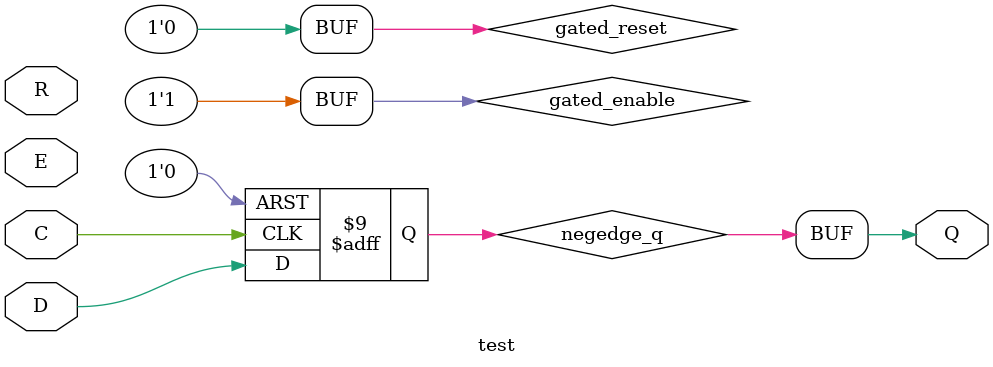
<source format=v>
module test(D, C, E, R, Q);
	parameter [0:0] CLKPOL = 0;
	parameter [0:0] ENABLE_EN = 0;
	parameter [0:0] RESET_EN = 0;
	parameter [0:0] RESET_VAL = 0;

	(* gentb_clock *)
	input D, C, E, R;

	output Q;

	wire gated_reset = R & RESET_EN;
	wire gated_enable = E | ~ENABLE_EN;
	reg posedge_q, negedge_q;

	always @(posedge C, posedge gated_reset)
		if (gated_reset)
			posedge_q <= RESET_VAL;
		else if (gated_enable)
			posedge_q <= D;

	always @(negedge C, posedge gated_reset)
		if (gated_reset)
			negedge_q <= RESET_VAL;
		else if (gated_enable)
			negedge_q <= D;

	assign Q = CLKPOL ? posedge_q : negedge_q;
endmodule

</source>
